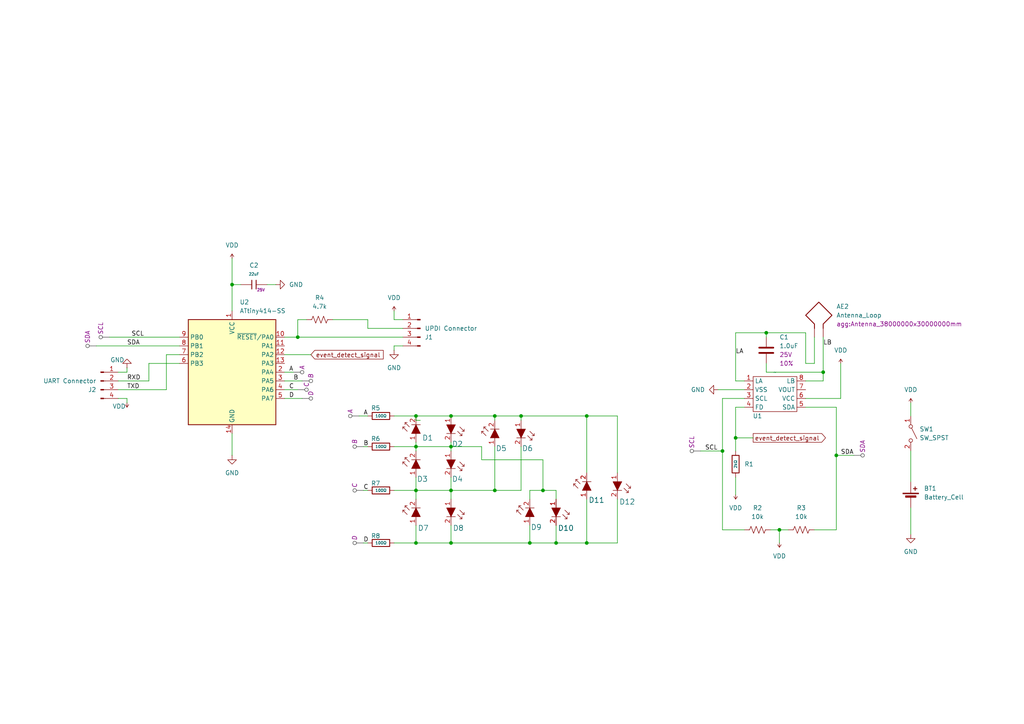
<source format=kicad_sch>
(kicad_sch (version 20231120) (generator "eeschema") (generator_version "8.0")
  (paper "A4")
  (lib_symbols
    (symbol "Connector:Conn_01x04_Pin" (pin_names (offset 1.016) hide)
      (property "Reference" "J" (at 0 5.08 0))
      (property "Value" "Conn_01x04_Pin" (at 0 -7.62 0))
      (symbol "Conn_01x04_Pin_1_1"
        (polyline (pts (xy 1.27 -5.08) (xy 0.8636 -5.08)) (stroke (width 0.1524)))
        (polyline (pts (xy 1.27 -2.54) (xy 0.8636 -2.54)) (stroke (width 0.1524)))
        (polyline (pts (xy 1.27 0) (xy 0.8636 0)) (stroke (width 0.1524)))
        (polyline (pts (xy 1.27 2.54) (xy 0.8636 2.54)) (stroke (width 0.1524)))
        (rectangle (start 0.8636 -4.953) (end 0 -5.207) (stroke (width 0.1524)) (fill (type outline)))
        (rectangle (start 0.8636 -2.413) (end 0 -2.667) (stroke (width 0.1524)) (fill (type outline)))
        (rectangle (start 0.8636 0.127) (end 0 -0.127) (stroke (width 0.1524)) (fill (type outline)))
        (rectangle (start 0.8636 2.667) (end 0 2.413) (stroke (width 0.1524)) (fill (type outline)))
        (pin passive line (at 5.08 2.54 180) (length 3.81) (name "Pin_1") (number "1"))
        (pin passive line (at 5.08 0 180) (length 3.81) (name "Pin_2") (number "2"))
        (pin passive line (at 5.08 -2.54 180) (length 3.81) (name "Pin_3") (number "3"))
        (pin passive line (at 5.08 -5.08 180) (length 3.81) (name "Pin_4") (number "4"))
      )
    )
    (symbol "Device:Battery_Cell" (pin_numbers hide) (pin_names (offset 0) hide)
      (property "Reference" "BT" (at 2.54 2.54 0))
      (property "Value" "Battery_Cell" (at 2.54 0 0))
      (symbol "Battery_Cell_0_1"
        (rectangle (start -2.286 1.778) (end 2.286 1.524) (fill (type outline)))
        (rectangle (start -1.524 1.016) (end 1.524 0.508) (fill (type outline)))
        (polyline (pts (xy 0 0.762) (xy 0 0)))
        (polyline (pts (xy 0 1.778) (xy 0 2.54)))
        (polyline (pts (xy 0.762 3.048) (xy 1.778 3.048)) (stroke (width 0.254)))
        (polyline (pts (xy 1.27 3.556) (xy 1.27 2.54)) (stroke (width 0.254)))
      )
      (symbol "Battery_Cell_1_1"
        (pin passive line (at 0 5.08 270) (length 2.54) (name "+") (number "1"))
        (pin passive line (at 0 -2.54 90) (length 2.54) (name "-") (number "2"))
      )
    )
    (symbol "JLCPCB-Capacitors:0805,22uF" (pin_numbers hide) (pin_names (offset 0))
      (property "Reference" "C" (at 2.032 1.668 0))
      (property "Value" "22uF" (at 2.032 -0.3782 0))
      (property "Voltage Rated" "25V" (at 2.032 -2.0462 0))
      (symbol "0805,22uF_0_1"
        (polyline (pts (xy -1.27 -0.635) (xy 1.27 -0.635)) (stroke (width 0.254)))
        (polyline (pts (xy -1.27 0.635) (xy 1.27 0.635)) (stroke (width 0.254)))
      )
      (symbol "0805,22uF_1_1"
        (pin passive line (at 0 3.81 270) (length 3.175) (name "~") (number "1"))
        (pin passive line (at 0 -3.81 90) (length 3.175) (name "~") (number "2"))
      )
    )
    (symbol "JLCPCB-Resistors:0603,2kΩ" (pin_numbers hide) (pin_names (offset 0))
      (property "Reference" "R" (at 1.778 0 0))
      (property "Value" "2kΩ" (at 0 0 90))
      (symbol "0603,2kΩ_0_1"
        (rectangle (start -1.016 2.54) (end 1.016 -2.54) (stroke (width 0.254)))
      )
      (symbol "0603,2kΩ_1_1"
        (pin passive line (at 0 3.81 270) (length 1.27) (name "~") (number "1"))
        (pin passive line (at 0 -3.81 90) (length 1.27) (name "~") (number "2"))
      )
    )
    (symbol "JLCPCB-Resistors:0805,100Ω" (pin_numbers hide) (pin_names (offset 0))
      (property "Reference" "R" (at 1.778 0 0))
      (property "Value" "100Ω" (at 0 0 90))
      (symbol "0805,100Ω_0_1"
        (rectangle (start -1.016 2.54) (end 1.016 -2.54) (stroke (width 0.254)))
      )
      (symbol "0805,100Ω_1_1"
        (pin passive line (at 0 3.81 270) (length 1.27) (name "~") (number "1"))
        (pin passive line (at 0 -3.81 90) (length 1.27) (name "~") (number "2"))
      )
    )
    (symbol "MCU_Microchip_ATtiny:ATtiny414-SS"
      (property "Reference" "U" (at -12.7 16.51 0))
      (property "Value" "ATtiny414-SS" (at 2.54 -16.51 0))
      (symbol "ATtiny414-SS_0_1"
        (rectangle (start -12.7 -15.24) (end 12.7 15.24) (stroke (width 0.254)) (fill (type background)))
      )
      (symbol "ATtiny414-SS_1_1"
        (pin power_in line (at 0 17.78 270) (length 2.54) (name "VCC") (number "1"))
        (pin bidirectional line (at 15.24 10.16 180) (length 2.54) (name "~{RESET}/PA0") (number "10"))
        (pin bidirectional line (at 15.24 7.62 180) (length 2.54) (name "PA1") (number "11"))
        (pin bidirectional line (at 15.24 5.08 180) (length 2.54) (name "PA2") (number "12"))
        (pin bidirectional line (at 15.24 2.54 180) (length 2.54) (name "PA3") (number "13"))
        (pin power_in line (at 0 -17.78 90) (length 2.54) (name "GND") (number "14"))
        (pin bidirectional line (at 15.24 0 180) (length 2.54) (name "PA4") (number "2"))
        (pin bidirectional line (at 15.24 -2.54 180) (length 2.54) (name "PA5") (number "3"))
        (pin bidirectional line (at 15.24 -5.08 180) (length 2.54) (name "PA6") (number "4"))
        (pin bidirectional line (at 15.24 -7.62 180) (length 2.54) (name "PA7") (number "5"))
        (pin bidirectional line (at -15.24 2.54 0) (length 2.54) (name "PB3") (number "6"))
        (pin bidirectional line (at -15.24 5.08 0) (length 2.54) (name "PB2") (number "7"))
        (pin bidirectional line (at -15.24 7.62 0) (length 2.54) (name "PB1") (number "8"))
        (pin bidirectional line (at -15.24 10.16 0) (length 2.54) (name "PB0") (number "9"))
      )
    )
    (symbol "SparkFun-Capacitor:1.0uF_0805_25V_10%" (pin_numbers hide) (pin_names (offset 0.254))
      (property "Reference" "C" (at 0.635 2.54 0))
      (property "Value" "1.0uF" (at 0.635 -2.54 0))
      (property "Voltage" "25V" (at 0 -6.35 0))
      (property "Tolerance" "10%" (at 0 -8.89 0))
      (symbol "1.0uF_0805_25V_10%_0_1"
        (polyline (pts (xy -2.032 -0.762) (xy 2.032 -0.762)) (stroke (width 0.508)))
        (polyline (pts (xy -2.032 0.762) (xy 2.032 0.762)) (stroke (width 0.508)))
      )
      (symbol "1.0uF_0805_25V_10%_1_1"
        (pin passive line (at 0 3.81 270) (length 2.794) (name "~") (number "1"))
        (pin passive line (at 0 -3.81 90) (length 2.794) (name "~") (number "2"))
      )
    )
    (symbol "SparkFun-Resistor:10k_0603" (pin_numbers hide) (pin_names (offset 0))
      (property "Reference" "R" (at 0 -2.54 0))
      (property "Value" "10k" (at 0 2.54 0))
      (symbol "10k_0603_0_1"
        (polyline (pts (xy -2.286 0) (xy -2.54 0)))
        (polyline (pts (xy 2.286 0) (xy 2.54 0)))
        (polyline (pts (xy -0.762 0) (xy -1.143 -1.016) (xy -1.524 0) (xy -1.905 1.016) (xy -2.286 0)))
        (polyline (pts (xy 0.762 0) (xy 0.381 -1.016) (xy 0 0) (xy -0.381 1.016) (xy -0.762 0)))
        (polyline (pts (xy 2.286 0) (xy 1.905 -1.016) (xy 1.524 0) (xy 1.143 1.016) (xy 0.762 0)))
      )
      (symbol "10k_0603_1_1"
        (pin passive line (at 3.81 0 180) (length 1.27) (name "~") (number "1"))
        (pin passive line (at -3.81 0 0) (length 1.27) (name "~") (number "2"))
      )
    )
    (symbol "SparkFun-Resistor:4.7k_0603" (pin_numbers hide) (pin_names (offset 0))
      (property "Reference" "R" (at 0 -2.54 0))
      (property "Value" "4.7k" (at 0 2.54 0))
      (symbol "4.7k_0603_0_1"
        (polyline (pts (xy -2.286 0) (xy -2.54 0)))
        (polyline (pts (xy 2.286 0) (xy 2.54 0)))
        (polyline (pts (xy -0.762 0) (xy -1.143 -1.016) (xy -1.524 0) (xy -1.905 1.016) (xy -2.286 0)))
        (polyline (pts (xy 0.762 0) (xy 0.381 -1.016) (xy 0 0) (xy -0.381 1.016) (xy -0.762 0)))
        (polyline (pts (xy 2.286 0) (xy 1.905 -1.016) (xy 1.524 0) (xy 1.143 1.016) (xy 0.762 0)))
      )
      (symbol "4.7k_0603_1_1"
        (pin passive line (at 3.81 0 180) (length 1.27) (name "~") (number "1"))
        (pin passive line (at -3.81 0 0) (length 1.27) (name "~") (number "2"))
      )
    )
    (symbol "Switch:SW_SPST" (pin_names (offset 0) hide)
      (property "Reference" "SW" (at 0 3.175 0))
      (property "Value" "SW_SPST" (at 0 -2.54 0))
      (symbol "SW_SPST_0_0"
        (circle (center -2.032 0) (radius 0.508))
        (polyline (pts (xy -1.524 0.254) (xy 1.524 1.778)))
        (circle (center 2.032 0) (radius 0.508))
      )
      (symbol "SW_SPST_1_1"
        (pin passive line (at -5.08 0 0) (length 2.54) (name "A") (number "1"))
        (pin passive line (at 5.08 0 180) (length 2.54) (name "B") (number "2"))
      )
    )
    (symbol "agg-kicad:Antenna_Loop" (pin_numbers hide) (pin_names (offset 1.016) hide)
      (property "Reference" "AE" (at 1.27 6.35 0))
      (property "Value" "Antenna_Loop" (at 11.684 3.048 0))
      (property "Footprint" "agg:Antenna_38000000x30000000mm" (at 21.59 -2.032 0))
      (symbol "Antenna_Loop_0_1"
        (polyline (pts (xy 2.54 -2.54) (xy 2.54 -1.27) (xy 5.08 1.27) (xy 1.27 5.08) (xy -2.54 1.27) (xy 0 -1.27) (xy 0 -2.54)) (stroke (width 0.254)))
      )
      (symbol "Antenna_Loop_1_1"
        (pin input line (at 0 -5.08 90) (length 2.54) (name "~") (number "1"))
        (pin input line (at 2.54 -5.08 90) (length 2.54) (name "~") (number "2"))
      )
    )
    (symbol "agg-kicad:NT3H2211"
      (property "Reference" "U" (at -5.842 6.35 0))
      (symbol "NT3H2211_0_1"
        (rectangle (start -6.35 5.08) (end 6.35 -5.08))
      )
      (symbol "NT3H2211_1_1"
        (pin passive line (at -8.89 3.81 0) (length 2.54) (name "LA") (number "1"))
        (pin passive line (at -8.89 1.27 0) (length 2.54) (name "VSS") (number "2"))
        (pin passive line (at -8.89 -1.27 0) (length 2.54) (name "SCL") (number "3"))
        (pin passive line (at -8.89 -3.81 0) (length 2.54) (name "FD") (number "4"))
        (pin passive line (at 8.89 -3.81 180) (length 2.54) (name "SDA") (number "5"))
        (pin power_in line (at 8.89 -1.27 180) (length 2.54) (name "VCC") (number "6"))
        (pin power_out line (at 8.89 1.27 180) (length 2.54) (name "VOUT") (number "7"))
        (pin passive line (at 8.89 3.81 180) (length 2.54) (name "LB") (number "8"))
      )
    )
    (symbol "agg-kicad:VDD" (power) (pin_numbers hide) (pin_names (offset 0) hide) (in_bom no) (on_board no)
      (property "Value" "VDD" (at 0 2.286 0))
      (symbol "VDD_1_1"
        (polyline (pts (xy 0 1.27) (xy 0.508 0.508)))
        (polyline (pts (xy 0 0) (xy 0 1.27) (xy -0.508 0.508)))
        (pin power_in line (at 0 0 180) (length 0) hide (name "VDD") (number "1"))
      )
    )
    (symbol "dk_LED-Indication-Discrete:LTST-C171KGKT" (pin_names (offset 0))
      (property "Reference" "D1" (at -2.2226 5.08 90))
      (symbol "LTST-C171KGKT_0_1"
        (polyline (pts (xy -0.635 3.81) (xy -1.905 2.54)))
        (polyline (pts (xy 0 1.27) (xy 0 -1.27)))
        (polyline (pts (xy 0.635 3.175) (xy -0.635 1.905)))
        (polyline (pts (xy -1.27 3.81) (xy -0.635 3.81) (xy -0.635 3.175)))
        (polyline (pts (xy 0 3.175) (xy 0.635 3.175) (xy 0.635 2.54)))
        (polyline (pts (xy -2.54 1.27) (xy -2.54 -1.27) (xy 0 0) (xy -2.54 1.27)) (fill (type outline)))
      )
      (symbol "LTST-C171KGKT_1_1"
        (pin passive line (at -5.08 0 0) (length 2.54) (name "~") (number "1"))
        (pin passive line (at 2.54 0 180) (length 2.54) (name "~") (number "2"))
      )
    )
    (symbol "power:GND" (power) (pin_numbers hide) (pin_names (offset 0) hide)
      (property "Value" "GND" (at 0 -3.81 0))
      (symbol "GND_0_1"
        (polyline (pts (xy 0 0) (xy 0 -1.27) (xy 1.27 -1.27) (xy 0 -2.54) (xy -1.27 -1.27) (xy 0 -1.27)))
      )
      (symbol "GND_1_1"
        (pin power_in line (at 0 0 270) (length 0) (name "~") (number "1"))
      )
    )
  )
  (junction (at 170.18 157.48))
  (junction (at 226.06 153.67))
  (junction (at 161.29 157.48))
  (junction (at 130.81 129.54))
  (junction (at 222.25 96.52))
  (junction (at 153.67 157.48))
  (junction (at 130.81 120.65))
  (junction (at 238.76 107.95))
  (junction (at 213.36 127))
  (junction (at 151.13 120.65))
  (junction (at 120.65 120.65))
  (junction (at 157.48 142.24))
  (junction (at 86.36 97.79))
  (junction (at 209.55 130.81))
  (junction (at 130.81 157.48))
  (junction (at 67.31 82.55))
  (junction (at 120.65 142.24))
  (junction (at 130.81 142.24))
  (junction (at 143.51 142.24))
  (junction (at 170.18 120.65))
  (junction (at 143.51 120.65))
  (junction (at 242.57 132.08))
  (junction (at 120.65 129.54))
  (junction (at 120.65 157.48))
  (wire (pts (xy 153.67 142.24) (xy 153.67 144.78)))
  (wire (pts (xy 116.84 100.33) (xy 114.3 100.33)))
  (wire (pts (xy 233.68 115.57) (xy 243.84 115.57)))
  (wire (pts (xy 170.18 157.48) (xy 179.07 157.48)))
  (wire (pts (xy 43.18 105.41) (xy 52.07 105.41)))
  (wire (pts (xy 243.84 115.57) (xy 243.84 105.41)))
  (wire (pts (xy 130.81 138.43) (xy 130.81 142.24)))
  (wire (pts (xy 87.63 110.49) (xy 82.55 110.49)))
  (wire (pts (xy 114.3 142.24) (xy 120.65 142.24)))
  (wire (pts (xy 222.25 105.41) (xy 222.25 107.95)))
  (wire (pts (xy 222.25 96.52) (xy 222.25 97.79)))
  (wire (pts (xy 34.29 110.49) (xy 43.18 110.49)))
  (wire (pts (xy 130.81 142.24) (xy 143.51 142.24)))
  (wire (pts (xy 130.81 130.81) (xy 130.81 129.54)))
  (wire (pts (xy 106.68 95.25) (xy 116.84 95.25)))
  (wire (pts (xy 114.3 129.54) (xy 120.65 129.54)))
  (wire (pts (xy 170.18 120.65) (xy 179.07 120.65)))
  (wire (pts (xy 213.36 110.49) (xy 215.9 110.49)))
  (wire (pts (xy 179.07 157.48) (xy 179.07 144.78)))
  (wire (pts (xy 36.83 115.57) (xy 36.83 116.84)))
  (wire (pts (xy 209.55 130.81) (xy 209.55 153.67)))
  (wire (pts (xy 226.06 153.67) (xy 228.6 153.67)))
  (wire (pts (xy 215.9 118.11) (xy 213.36 118.11)))
  (wire (pts (xy 31.75 97.79) (xy 52.07 97.79)))
  (wire (pts (xy 120.65 142.24) (xy 120.65 138.43)))
  (wire (pts (xy 153.67 142.24) (xy 157.48 142.24)))
  (wire (pts (xy 203.2 130.81) (xy 209.55 130.81)))
  (wire (pts (xy 67.31 125.73) (xy 67.31 132.08)))
  (wire (pts (xy 130.81 142.24) (xy 130.81 144.78)))
  (wire (pts (xy 130.81 129.54) (xy 139.7 129.54)))
  (wire (pts (xy 114.3 157.48) (xy 120.65 157.48)))
  (wire (pts (xy 82.55 102.87) (xy 90.17 102.87)))
  (wire (pts (xy 161.29 157.48) (xy 161.29 152.4)))
  (wire (pts (xy 120.65 130.81) (xy 120.65 129.54)))
  (wire (pts (xy 223.52 153.67) (xy 226.06 153.67)))
  (wire (pts (xy 161.29 157.48) (xy 170.18 157.48)))
  (wire (pts (xy 120.65 129.54) (xy 130.81 129.54)))
  (wire (pts (xy 153.67 157.48) (xy 153.67 152.4)))
  (wire (pts (xy 106.68 92.71) (xy 106.68 95.25)))
  (wire (pts (xy 34.29 107.95) (xy 36.83 107.95)))
  (wire (pts (xy 139.7 133.35) (xy 157.48 133.35)))
  (wire (pts (xy 238.76 107.95) (xy 238.76 97.79)))
  (wire (pts (xy 264.16 130.81) (xy 264.16 139.7)))
  (wire (pts (xy 151.13 120.65) (xy 143.51 120.65)))
  (wire (pts (xy 34.29 113.03) (xy 48.26 113.03)))
  (wire (pts (xy 151.13 120.65) (xy 170.18 120.65)))
  (wire (pts (xy 86.36 92.71) (xy 88.9 92.71)))
  (wire (pts (xy 213.36 127) (xy 218.44 127)))
  (wire (pts (xy 105.41 142.24) (xy 106.68 142.24)))
  (wire (pts (xy 67.31 82.55) (xy 67.31 90.17)))
  (wire (pts (xy 213.36 118.11) (xy 213.36 127)))
  (wire (pts (xy 264.16 116.84) (xy 264.16 120.65)))
  (wire (pts (xy 209.55 115.57) (xy 209.55 130.81)))
  (wire (pts (xy 238.76 110.49) (xy 233.68 110.49)))
  (wire (pts (xy 67.31 82.55) (xy 69.85 82.55)))
  (wire (pts (xy 233.68 96.52) (xy 222.25 96.52)))
  (wire (pts (xy 215.9 115.57) (xy 209.55 115.57)))
  (wire (pts (xy 179.07 120.65) (xy 179.07 137.16)))
  (wire (pts (xy 82.55 115.57) (xy 87.63 115.57)))
  (wire (pts (xy 130.81 120.65) (xy 143.51 120.65)))
  (wire (pts (xy 120.65 152.4) (xy 120.65 157.48)))
  (wire (pts (xy 104.14 120.65) (xy 106.68 120.65)))
  (wire (pts (xy 213.36 127) (xy 213.36 130.81)))
  (wire (pts (xy 139.7 129.54) (xy 139.7 133.35)))
  (wire (pts (xy 242.57 132.08) (xy 242.57 153.67)))
  (wire (pts (xy 120.65 121.92) (xy 120.65 120.65)))
  (wire (pts (xy 215.9 113.03) (xy 208.28 113.03)))
  (wire (pts (xy 48.26 102.87) (xy 52.07 102.87)))
  (wire (pts (xy 153.67 157.48) (xy 161.29 157.48)))
  (wire (pts (xy 121.92 121.92) (xy 120.65 121.92)))
  (wire (pts (xy 157.48 133.35) (xy 157.48 142.24)))
  (wire (pts (xy 170.18 120.65) (xy 170.18 137.16)))
  (wire (pts (xy 120.65 142.24) (xy 130.81 142.24)))
  (wire (pts (xy 86.36 113.03) (xy 82.55 113.03)))
  (wire (pts (xy 130.81 157.48) (xy 130.81 152.4)))
  (wire (pts (xy 233.68 118.11) (xy 242.57 118.11)))
  (wire (pts (xy 34.29 115.57) (xy 36.83 115.57)))
  (wire (pts (xy 77.47 82.55) (xy 80.01 82.55)))
  (wire (pts (xy 143.51 121.92) (xy 143.51 120.65)))
  (wire (pts (xy 130.81 157.48) (xy 120.65 157.48)))
  (wire (pts (xy 114.3 92.71) (xy 114.3 90.17)))
  (wire (pts (xy 222.25 96.52) (xy 213.36 96.52)))
  (wire (pts (xy 85.09 107.95) (xy 82.55 107.95)))
  (wire (pts (xy 143.51 142.24) (xy 151.13 142.24)))
  (wire (pts (xy 157.48 142.24) (xy 161.29 142.24)))
  (wire (pts (xy 242.57 118.11) (xy 242.57 132.08)))
  (wire (pts (xy 226.06 153.67) (xy 226.06 157.48)))
  (wire (pts (xy 247.65 132.08) (xy 242.57 132.08)))
  (wire (pts (xy 86.36 97.79) (xy 116.84 97.79)))
  (wire (pts (xy 48.26 113.03) (xy 48.26 102.87)))
  (wire (pts (xy 105.41 157.48) (xy 106.68 157.48)))
  (wire (pts (xy 209.55 153.67) (xy 215.9 153.67)))
  (wire (pts (xy 233.68 105.41) (xy 233.68 96.52)))
  (wire (pts (xy 114.3 92.71) (xy 116.84 92.71)))
  (wire (pts (xy 96.52 92.71) (xy 106.68 92.71)))
  (wire (pts (xy 114.3 120.65) (xy 120.65 120.65)))
  (wire (pts (xy 27.94 100.33) (xy 52.07 100.33)))
  (wire (pts (xy 130.81 120.65) (xy 120.65 120.65)))
  (wire (pts (xy 213.36 96.52) (xy 213.36 110.49)))
  (wire (pts (xy 264.16 147.32) (xy 264.16 154.94)))
  (wire (pts (xy 143.51 142.24) (xy 143.51 129.54)))
  (wire (pts (xy 242.57 153.67) (xy 236.22 153.67)))
  (wire (pts (xy 222.25 107.95) (xy 238.76 107.95)))
  (wire (pts (xy 120.65 129.54) (xy 120.65 128.27)))
  (wire (pts (xy 43.18 110.49) (xy 43.18 105.41)))
  (wire (pts (xy 67.31 74.93) (xy 67.31 82.55)))
  (wire (pts (xy 233.68 105.41) (xy 236.22 105.41)))
  (wire (pts (xy 238.76 110.49) (xy 238.76 107.95)))
  (wire (pts (xy 170.18 157.48) (xy 170.18 144.78)))
  (wire (pts (xy 86.36 92.71) (xy 86.36 97.79)))
  (wire (pts (xy 130.81 157.48) (xy 153.67 157.48)))
  (wire (pts (xy 114.3 100.33) (xy 114.3 101.6)))
  (wire (pts (xy 151.13 142.24) (xy 151.13 129.54)))
  (wire (pts (xy 105.41 129.54) (xy 106.68 129.54)))
  (wire (pts (xy 130.81 129.54) (xy 130.81 128.27)))
  (wire (pts (xy 120.65 142.24) (xy 120.65 144.78)))
  (wire (pts (xy 236.22 105.41) (xy 236.22 97.79)))
  (wire (pts (xy 36.83 106.68) (xy 36.83 107.95)))
  (wire (pts (xy 82.55 97.79) (xy 86.36 97.79)))
  (wire (pts (xy 151.13 121.92) (xy 151.13 120.65)))
  (wire (pts (xy 161.29 142.24) (xy 161.29 144.78)))
  (wire (pts (xy 213.36 138.43) (xy 213.36 143.51)))
  (label "C" (at 83.82 113.03 0))
  (label "SCL" (at 204.47 130.81 0))
  (label "SDA" (at 243.84 132.08 0))
  (label "A" (at 83.82 107.95 0))
  (label "D" (at 105.41 157.48 0))
  (label "LA" (at 213.36 102.87 0))
  (label "SCL" (at 38.1 97.79 0))
  (label "TXD" (at 36.83 113.03 0))
  (label "B" (at 105.41 129.54 0))
  (label "C" (at 105.41 142.24 0))
  (label "SDA" (at 36.83 100.33 0))
  (label "LB" (at 238.76 100.33 0))
  (label "B" (at 85.09 110.49 0))
  (label "A" (at 105.41 120.65 0))
  (label "D" (at 83.82 115.57 0))
  (label "RXD" (at 36.83 110.49 0))
  (global_label "event_detect_signal" (shape input) (at 90.17 102.87 0) (property "Intersheetrefs" "event_detect" (effects (hide yes))))
  (global_label "event_detect_signal" (shape output) (at 218.44 127 0) (property "Intersheetrefs" "event_detect" (effects (hide yes))))
  (netclass_flag "" (length 2.54) (shape round) (at 247.65 132.08 270) (property "Netclass" "SDA" (at 250.19 131.3815 90) (effects (font (italic yes)) (justify left))))
  (netclass_flag "" (length 2.54) (shape round) (at 27.94 100.33 90) (property "Netclass" "SDA" (at 25.4 99.6315 90) (effects (font (italic yes)) (justify left))))
  (netclass_flag "" (length 2.54) (shape round) (at 87.63 110.49 270) (property "Netclass" "B" (at 90.17 109.7915 90) (effects (font (italic yes)) (justify left))))
  (netclass_flag "" (length 2.54) (shape round) (at 87.63 115.57 270) (property "Netclass" "D" (at 90.17 114.8715 90) (effects (font (italic yes)) (justify left))))
  (netclass_flag "" (length 2.54) (shape round) (at 104.14 120.65 90) (property "Netclass" "A" (at 101.6 119.9515 90) (effects (font (italic yes)) (justify left))))
  (netclass_flag "" (length 2.54) (shape round) (at 86.36 113.03 270) (property "Netclass" "C" (at 88.9 112.3315 90) (effects (font (italic yes)) (justify left))))
  (netclass_flag "" (length 2.54) (shape round) (at 203.2 130.81 90) (property "Netclass" "SCL" (at 200.66 130.1115 90) (effects (font (italic yes)) (justify left))))
  (netclass_flag "" (length 2.54) (shape round) (at 85.09 107.95 270) (property "Netclass" "A" (at 87.63 107.2515 90) (effects (font (italic yes)) (justify left))))
  (netclass_flag "" (length 2.54) (shape round) (at 105.41 142.24 90) (property "Netclass" "C" (at 102.87 141.5415 90) (effects (font (italic yes)) (justify left))))
  (netclass_flag "" (length 2.54) (shape round) (at 105.41 157.48 90) (property "Netclass" "D" (at 102.87 156.7815 90) (effects (font (italic yes)) (justify left))))
  (netclass_flag "" (length 2.54) (shape round) (at 31.75 97.79 90) (property "Netclass" "SCL" (at 29.21 97.0915 90) (effects (font (italic yes)) (justify left))))
  (netclass_flag "" (length 2.54) (shape round) (at 105.41 129.54 90) (property "Netclass" "B" (at 102.87 128.8415 90) (effects (font (italic yes)) (justify left))))
  (symbol (lib_id "dk_LED-Indication-Discrete:LTST-C171KGKT") (at 130.81 125.73 270) (unit 1)
    (property "Reference" "D2" (at 131.064 128.778 90) (effects (font (size 1.524 1.524)) (justify left)))
    (property "Value" "LTST-C171KGKT" (effects (hide yes)))
    (property "Footprint" "digikey-footprints:0805" (effects (hide yes)))
    (property "Datasheet" "http://optoelectronics.liteon.com/upload/download/DS22-2000-118/LTST-C171KGKT.pdf" (effects (hide yes)))
    (property "Description" "LED GREEN CLEAR SMD" (effects (hide yes)))
    (property "Digi-Key_PN" "160-1426-1-ND" (effects (hide yes)))
    (property "MPN" "LTST-C171KGKT" (effects (hide yes)))
    (property "Category" "Optoelectronics" (effects (hide yes)))
    (property "Family" "LED Indication - Discrete" (effects (hide yes)))
    (property "DK_Datasheet_Link" "http://optoelectronics.liteon.com/upload/download/DS22-2000-118/LTST-C171KGKT.pdf" (effects (hide yes)))
    (property "DK_Detail_Page" "/product-detail/en/lite-on-inc/LTST-C171KGKT/160-1426-1-ND/386798" (effects (hide yes)))
    (property "Description_1" "LED GREEN CLEAR SMD" (effects (hide yes)))
    (property "Manufacturer" "Lite-On Inc." (effects (hide yes)))
    (property "Status" "Active" (effects (hide yes)))
  )
  (symbol (lib_id "agg-kicad:Antenna_Loop") (at 236.22 92.71 0) (unit 1)
    (property "Reference" "AE2" (at 242.57 88.8999 0) (effects (justify left)))
    (property "Value" "Antenna_Loop" (at 242.57 91.4399 0) (effects (justify left)))
    (property "Footprint" "agg:Antenna_38000000x30000000mm" (at 242.57 93.9799 0) (effects (justify left)))
    (property "Description" "Loop antenna" (effects (hide yes)))
  )
  (symbol (lib_id "dk_LED-Indication-Discrete:LTST-C171KGKT") (at 179.07 142.24 270) (unit 1)
    (property "Reference" "D12" (at 179.578 145.542 90) (effects (font (size 1.524 1.524)) (justify left)))
    (property "Value" "LTST-C171KGKT" (effects (hide yes)))
    (property "Footprint" "digikey-footprints:0805" (effects (hide yes)))
    (property "Datasheet" "http://optoelectronics.liteon.com/upload/download/DS22-2000-118/LTST-C171KGKT.pdf" (effects (hide yes)))
    (property "Description" "LED GREEN CLEAR SMD" (effects (hide yes)))
    (property "Digi-Key_PN" "160-1426-1-ND" (effects (hide yes)))
    (property "MPN" "LTST-C171KGKT" (effects (hide yes)))
    (property "Category" "Optoelectronics" (effects (hide yes)))
    (property "Family" "LED Indication - Discrete" (effects (hide yes)))
    (property "DK_Datasheet_Link" "http://optoelectronics.liteon.com/upload/download/DS22-2000-118/LTST-C171KGKT.pdf" (effects (hide yes)))
    (property "DK_Detail_Page" "/product-detail/en/lite-on-inc/LTST-C171KGKT/160-1426-1-ND/386798" (effects (hide yes)))
    (property "Description_1" "LED GREEN CLEAR SMD" (effects (hide yes)))
    (property "Manufacturer" "Lite-On Inc." (effects (hide yes)))
    (property "Status" "Active" (effects (hide yes)))
  )
  (symbol (lib_id "JLCPCB-Resistors:0603,2kΩ") (at 213.36 134.62 0) (unit 1)
    (property "Reference" "R1" (at 215.9 134.6199 0) (effects (justify left)))
    (property "Value" "2kΩ" (at 213.36 134.62 90) (effects (font (size 0.8 0.8))))
    (property "Footprint" "JLCPCB-Kicad-Footprints:R_0603" (effects (hide yes)))
    (property "Datasheet" "https://www.lcsc.com/datasheet/lcsc_datasheet_2206010116_UNI-ROYAL-Uniroyal-Elec-0603WAF2001T5E_C22975.pdf" (effects (hide yes)))
    (property "Description" "100mW Thick Film Resistors 75V ±100ppm/°C ±1% 2kΩ 0603 Chip Resistor - Surface Mount ROHS" (effects (hide yes)))
    (property "LCSC" "C22975" (effects (hide yes)))
    (property "Stock" "15946154" (effects (hide yes)))
    (property "Price" "0.004USD" (effects (hide yes)))
    (property "Process" "SMT" (effects (hide yes)))
    (property "Minimum Qty" "20" (effects (hide yes)))
    (property "Attrition Qty" "10" (effects (hide yes)))
    (property "Class" "Basic Component" (effects (hide yes)))
    (property "Category" "Resistors,Chip Resistor - Surface Mount" (effects (hide yes)))
    (property "Manufacturer" "UNI-ROYAL(Uniroyal Elec)" (effects (hide yes)))
    (property "Part" "0603WAF2001T5E" (effects (hide yes)))
    (property "Resistance" "2kΩ" (effects (hide yes)))
    (property "Power(Watts)" "100mW" (effects (hide yes)))
    (property "Type" "Thick Film Resistors" (effects (hide yes)))
    (property "Overload Voltage (Max)" "75V" (effects (hide yes)))
    (property "Operating Temperature Range" "-55°C~+155°C" (effects (hide yes)))
    (property "Tolerance" "±1%" (effects (hide yes)))
    (property "Temperature Coefficient" "±100ppm/°C" (effects (hide yes)))
  )
  (symbol (lib_id "agg-kicad:VDD") (at 243.84 105.41 0) (unit 1) (in_bom no) (on_board no)
    (property "Reference" "#PWR02" (effects (hide yes)))
    (property "Value" "VDD" (at 243.84 101.6 0))
  )
  (symbol (lib_id "dk_LED-Indication-Discrete:LTST-C171KGKT") (at 153.67 147.32 90) (unit 1)
    (property "Reference" "D9" (at 153.924 152.908 90) (effects (font (size 1.524 1.524)) (justify right)))
    (property "Value" "LTST-C171KGKT" (effects (hide yes)))
    (property "Footprint" "digikey-footprints:0805" (effects (hide yes)))
    (property "Datasheet" "http://optoelectronics.liteon.com/upload/download/DS22-2000-118/LTST-C171KGKT.pdf" (effects (hide yes)))
    (property "Description" "LED GREEN CLEAR SMD" (effects (hide yes)))
    (property "Digi-Key_PN" "160-1426-1-ND" (effects (hide yes)))
    (property "MPN" "LTST-C171KGKT" (effects (hide yes)))
    (property "Category" "Optoelectronics" (effects (hide yes)))
    (property "Family" "LED Indication - Discrete" (effects (hide yes)))
    (property "DK_Datasheet_Link" "http://optoelectronics.liteon.com/upload/download/DS22-2000-118/LTST-C171KGKT.pdf" (effects (hide yes)))
    (property "DK_Detail_Page" "/product-detail/en/lite-on-inc/LTST-C171KGKT/160-1426-1-ND/386798" (effects (hide yes)))
    (property "Description_1" "LED GREEN CLEAR SMD" (effects (hide yes)))
    (property "Manufacturer" "Lite-On Inc." (effects (hide yes)))
    (property "Status" "Active" (effects (hide yes)))
  )
  (symbol (lib_id "dk_LED-Indication-Discrete:LTST-C171KGKT") (at 161.29 149.86 270) (unit 1)
    (property "Reference" "D10" (at 161.798 153.162 90) (effects (font (size 1.524 1.524)) (justify left)))
    (property "Value" "LTST-C171KGKT" (effects (hide yes)))
    (property "Footprint" "digikey-footprints:0805" (effects (hide yes)))
    (property "Datasheet" "http://optoelectronics.liteon.com/upload/download/DS22-2000-118/LTST-C171KGKT.pdf" (effects (hide yes)))
    (property "Description" "LED GREEN CLEAR SMD" (effects (hide yes)))
    (property "Digi-Key_PN" "160-1426-1-ND" (effects (hide yes)))
    (property "MPN" "LTST-C171KGKT" (effects (hide yes)))
    (property "Category" "Optoelectronics" (effects (hide yes)))
    (property "Family" "LED Indication - Discrete" (effects (hide yes)))
    (property "DK_Datasheet_Link" "http://optoelectronics.liteon.com/upload/download/DS22-2000-118/LTST-C171KGKT.pdf" (effects (hide yes)))
    (property "DK_Detail_Page" "/product-detail/en/lite-on-inc/LTST-C171KGKT/160-1426-1-ND/386798" (effects (hide yes)))
    (property "Description_1" "LED GREEN CLEAR SMD" (effects (hide yes)))
    (property "Manufacturer" "Lite-On Inc." (effects (hide yes)))
    (property "Status" "Active" (effects (hide yes)))
  )
  (symbol (lib_id "SparkFun-Capacitor:1.0uF_0805_25V_10%") (at 222.25 101.6 0) (unit 1)
    (property "Reference" "C1" (at 226.06 97.7899 0) (effects (justify left)))
    (property "Value" "1.0uF" (at 226.06 100.3299 0) (effects (justify left)))
    (property "Footprint" "SparkFun-Capacitor:C_0805_2012Metric" (effects (hide yes)))
    (property "Datasheet" "https://cdn.sparkfun.com/assets/8/a/4/a/5/Kemet_Capacitor_Datasheet.pdf" (effects (hide yes)))
    (property "Description" "Unpolarized capacitor" (effects (hide yes)))
    (property "PROD_ID" "CAP-08064" (effects (hide yes)))
    (property "Voltage" "25V" (at 226.06 102.8699 0) (effects (justify left)))
    (property "Tolerance" "10%" (at 226.06 105.4099 0) (effects (justify left)))
  )
  (symbol (lib_id "agg-kicad:VDD") (at 67.31 74.93 0) (unit 1) (in_bom no) (on_board no)
    (property "Reference" "#PWR05" (effects (hide yes)))
    (property "Value" "VDD" (at 67.31 71.12 0))
  )
  (symbol (lib_id "power:GND") (at 36.83 106.68 180) (unit 1)
    (property "Reference" "#PWR09" (effects (hide yes)))
    (property "Value" "GND" (at 34.036 104.394 0))
    (property "Description" "Power symbol creates a global label with name \"GND\" , ground" (effects (hide yes)))
  )
  (symbol (lib_id "JLCPCB-Capacitors:0805,22uF") (at 73.66 82.55 90) (unit 1)
    (property "Reference" "C2" (at 73.66 76.962 90))
    (property "Value" "22uF" (at 73.66 79.502 90) (effects (font (size 0.8 0.8))))
    (property "Footprint" "JLCPCB-Kicad-Footprints:C_0805" (effects (hide yes)))
    (property "Datasheet" "https://www.lcsc.com/datasheet/lcsc_datasheet_2304140030_Samsung-Electro-Mechanics-CL21A226MAQNNNE_C45783.pdf" (effects (hide yes)))
    (property "Description" "25V 22uF X5R ±20% 0805 Multilayer Ceramic Capacitors MLCC - SMD/SMT ROHS" (effects (hide yes)))
    (property "LCSC" "C45783" (effects (hide yes)))
    (property "Stock" "2687579" (effects (hide yes)))
    (property "Price" "0.024USD" (effects (hide yes)))
    (property "Process" "SMT" (effects (hide yes)))
    (property "Minimum Qty" "20" (effects (hide yes)))
    (property "Attrition Qty" "6" (effects (hide yes)))
    (property "Class" "Basic Component" (effects (hide yes)))
    (property "Category" "Capacitors,Multilayer Ceramic Capacitors MLCC - SMD/SMT" (effects (hide yes)))
    (property "Manufacturer" "Samsung Electro-Mechanics" (effects (hide yes)))
    (property "Part" "CL21A226MAQNNNE" (effects (hide yes)))
    (property "Voltage Rated" "25V" (at 75.692 84.074 90) (effects (font (size 0.8 0.8))))
    (property "Tolerance" "±20%" (effects (hide yes)))
    (property "Capacitance" "22uF" (effects (hide yes)))
    (property "Temperature Coefficient" "X5R" (effects (hide yes)))
  )
  (symbol (lib_id "agg-kicad:VDD") (at 264.16 116.84 0) (unit 1) (in_bom no) (on_board no)
    (property "Reference" "#PWR011" (effects (hide yes)))
    (property "Value" "VDD" (at 264.16 113.03 0))
  )
  (symbol (lib_id "agg-kicad:VDD") (at 114.3 90.17 0) (unit 1) (in_bom no) (on_board no)
    (property "Reference" "#PWR07" (effects (hide yes)))
    (property "Value" "VDD" (at 114.3 86.36 0))
  )
  (symbol (lib_id "SparkFun-Resistor:10k_0603") (at 219.71 153.67 0) (unit 1)
    (property "Reference" "R2" (at 219.71 147.32 0))
    (property "Value" "10k" (at 219.71 149.86 0))
    (property "Footprint" "SparkFun-Resistor:R_0603_1608Metric" (effects (hide yes)))
    (property "Datasheet" "https://www.vishay.com/docs/20035/dcrcwe3.pdf" (effects (hide yes)))
    (property "Description" "Resistor" (effects (hide yes)))
    (property "PROD_ID" "RES-00824" (effects (hide yes)))
  )
  (symbol (lib_id "Switch:SW_SPST") (at 264.16 125.73 270) (unit 1)
    (property "Reference" "SW1" (at 266.7 124.4599 90) (effects (justify left)))
    (property "Value" "SW_SPST" (at 266.7 126.9999 90) (effects (justify left)))
    (property "Footprint" "Button_Switch_SMD:SW_SPDT_PCM12" (effects (hide yes)))
    (property "Description" "Single Pole Single Throw (SPST) switch" (effects (hide yes)))
  )
  (symbol (lib_id "Connector:Conn_01x04_Pin") (at 29.21 110.49 0) (unit 1)
    (property "Reference" "J2" (at 27.94 113.0301 0) (effects (justify right)))
    (property "Value" "UART Connector" (at 27.94 110.4901 0) (effects (justify right)))
    (property "Footprint" "Connector_Harwin:Harwin_M20-89004xx_1x04_P2.54mm_Horizontal" (effects (hide yes)))
    (property "Description" "Generic connector, single row, 01x04, script generated" (effects (hide yes)))
  )
  (symbol (lib_id "power:GND") (at 80.01 82.55 90) (unit 1)
    (property "Reference" "#PWR013" (effects (hide yes)))
    (property "Value" "GND" (at 83.82 82.5499 90) (effects (justify right)))
    (property "Description" "Power symbol creates a global label with name \"GND\" , ground" (effects (hide yes)))
  )
  (symbol (lib_id "agg-kicad:VDD") (at 36.83 116.84 180) (unit 1) (in_bom no) (on_board no)
    (property "Reference" "#PWR010" (effects (hide yes)))
    (property "Value" "VDD" (at 34.544 117.856 0))
  )
  (symbol (lib_id "dk_LED-Indication-Discrete:LTST-C171KGKT") (at 130.81 135.89 270) (unit 1)
    (property "Reference" "D4" (at 131.064 138.938 90) (effects (font (size 1.524 1.524)) (justify left)))
    (property "Value" "LTST-C171KGKT" (effects (hide yes)))
    (property "Footprint" "digikey-footprints:0805" (effects (hide yes)))
    (property "Datasheet" "http://optoelectronics.liteon.com/upload/download/DS22-2000-118/LTST-C171KGKT.pdf" (effects (hide yes)))
    (property "Description" "LED GREEN CLEAR SMD" (effects (hide yes)))
    (property "Digi-Key_PN" "160-1426-1-ND" (effects (hide yes)))
    (property "MPN" "LTST-C171KGKT" (effects (hide yes)))
    (property "Category" "Optoelectronics" (effects (hide yes)))
    (property "Family" "LED Indication - Discrete" (effects (hide yes)))
    (property "DK_Datasheet_Link" "http://optoelectronics.liteon.com/upload/download/DS22-2000-118/LTST-C171KGKT.pdf" (effects (hide yes)))
    (property "DK_Detail_Page" "/product-detail/en/lite-on-inc/LTST-C171KGKT/160-1426-1-ND/386798" (effects (hide yes)))
    (property "Description_1" "LED GREEN CLEAR SMD" (effects (hide yes)))
    (property "Manufacturer" "Lite-On Inc." (effects (hide yes)))
    (property "Status" "Active" (effects (hide yes)))
  )
  (symbol (lib_id "JLCPCB-Resistors:0805,100Ω") (at 110.49 120.65 90) (unit 1)
    (property "Reference" "R5" (at 108.966 118.364 90))
    (property "Value" "100Ω" (at 110.49 120.65 90) (effects (font (size 0.8 0.8))))
    (property "Footprint" "JLCPCB-Kicad-Footprints:R_0805" (effects (hide yes)))
    (property "Datasheet" "https://www.lcsc.com/datasheet/lcsc_datasheet_2206010216_UNI-ROYAL-Uniroyal-Elec-0805W8F1000T5E_C17408.pdf" (effects (hide yes)))
    (property "Description" "125mW Thick Film Resistors 150V ±100ppm/°C ±1% 100Ω 0805 Chip Resistor - Surface Mount ROHS" (effects (hide yes)))
    (property "LCSC" "C17408" (effects (hide yes)))
    (property "Stock" "2035574" (effects (hide yes)))
    (property "Price" "0.005USD" (effects (hide yes)))
    (property "Process" "SMT" (effects (hide yes)))
    (property "Minimum Qty" "20" (effects (hide yes)))
    (property "Attrition Qty" "10" (effects (hide yes)))
    (property "Class" "Basic Component" (effects (hide yes)))
    (property "Category" "Resistors,Chip Resistor - Surface Mount" (effects (hide yes)))
    (property "Manufacturer" "UNI-ROYAL(Uniroyal Elec)" (effects (hide yes)))
    (property "Part" "0805W8F1000T5E" (effects (hide yes)))
    (property "Resistance" "100Ω" (effects (hide yes)))
    (property "Power(Watts)" "125mW" (effects (hide yes)))
    (property "Type" "Thick Film Resistors" (effects (hide yes)))
    (property "Overload Voltage (Max)" "150V" (effects (hide yes)))
    (property "Operating Temperature Range" "-55°C~+155°C" (effects (hide yes)))
    (property "Tolerance" "±1%" (effects (hide yes)))
    (property "Temperature Coefficient" "±100ppm/°C" (effects (hide yes)))
  )
  (symbol (lib_id "power:GND") (at 208.28 113.03 270) (unit 1)
    (property "Reference" "#PWR01" (effects (hide yes)))
    (property "Value" "GND" (at 204.47 113.0299 90) (effects (justify right)))
    (property "Description" "Power symbol creates a global label with name \"GND\" , ground" (effects (hide yes)))
  )
  (symbol (lib_id "SparkFun-Resistor:10k_0603") (at 232.41 153.67 0) (unit 1)
    (property "Reference" "R3" (at 232.41 147.32 0))
    (property "Value" "10k" (at 232.41 149.86 0))
    (property "Footprint" "SparkFun-Resistor:R_0603_1608Metric" (effects (hide yes)))
    (property "Datasheet" "https://www.vishay.com/docs/20035/dcrcwe3.pdf" (effects (hide yes)))
    (property "Description" "Resistor" (effects (hide yes)))
    (property "PROD_ID" "RES-00824" (effects (hide yes)))
  )
  (symbol (lib_id "power:GND") (at 264.16 154.94 0) (unit 1)
    (property "Reference" "#PWR012" (effects (hide yes)))
    (property "Value" "GND" (at 264.16 160.02 0))
    (property "Description" "Power symbol creates a global label with name \"GND\" , ground" (effects (hide yes)))
  )
  (symbol (lib_id "dk_LED-Indication-Discrete:LTST-C171KGKT") (at 120.65 147.32 90) (unit 1)
    (property "Reference" "D7" (at 121.158 153.162 90) (effects (font (size 1.524 1.524)) (justify right)))
    (property "Value" "LTST-C171KGKT" (effects (hide yes)))
    (property "Footprint" "digikey-footprints:0805" (effects (hide yes)))
    (property "Datasheet" "http://optoelectronics.liteon.com/upload/download/DS22-2000-118/LTST-C171KGKT.pdf" (effects (hide yes)))
    (property "Description" "LED GREEN CLEAR SMD" (effects (hide yes)))
    (property "Digi-Key_PN" "160-1426-1-ND" (effects (hide yes)))
    (property "MPN" "LTST-C171KGKT" (effects (hide yes)))
    (property "Category" "Optoelectronics" (effects (hide yes)))
    (property "Family" "LED Indication - Discrete" (effects (hide yes)))
    (property "DK_Datasheet_Link" "http://optoelectronics.liteon.com/upload/download/DS22-2000-118/LTST-C171KGKT.pdf" (effects (hide yes)))
    (property "DK_Detail_Page" "/product-detail/en/lite-on-inc/LTST-C171KGKT/160-1426-1-ND/386798" (effects (hide yes)))
    (property "Description_1" "LED GREEN CLEAR SMD" (effects (hide yes)))
    (property "Manufacturer" "Lite-On Inc." (effects (hide yes)))
    (property "Status" "Active" (effects (hide yes)))
  )
  (symbol (lib_id "dk_LED-Indication-Discrete:LTST-C171KGKT") (at 170.18 139.7 90) (unit 1)
    (property "Reference" "D11" (at 170.688 145.034 90) (effects (font (size 1.524 1.524)) (justify right)))
    (property "Value" "LTST-C171KGKT" (effects (hide yes)))
    (property "Footprint" "digikey-footprints:0805" (effects (hide yes)))
    (property "Datasheet" "http://optoelectronics.liteon.com/upload/download/DS22-2000-118/LTST-C171KGKT.pdf" (effects (hide yes)))
    (property "Description" "LED GREEN CLEAR SMD" (effects (hide yes)))
    (property "Digi-Key_PN" "160-1426-1-ND" (effects (hide yes)))
    (property "MPN" "LTST-C171KGKT" (effects (hide yes)))
    (property "Category" "Optoelectronics" (effects (hide yes)))
    (property "Family" "LED Indication - Discrete" (effects (hide yes)))
    (property "DK_Datasheet_Link" "http://optoelectronics.liteon.com/upload/download/DS22-2000-118/LTST-C171KGKT.pdf" (effects (hide yes)))
    (property "DK_Detail_Page" "/product-detail/en/lite-on-inc/LTST-C171KGKT/160-1426-1-ND/386798" (effects (hide yes)))
    (property "Description_1" "LED GREEN CLEAR SMD" (effects (hide yes)))
    (property "Manufacturer" "Lite-On Inc." (effects (hide yes)))
    (property "Status" "Active" (effects (hide yes)))
  )
  (symbol (lib_id "dk_LED-Indication-Discrete:LTST-C171KGKT") (at 120.65 133.35 90) (unit 1)
    (property "Reference" "D3" (at 120.904 138.938 90) (effects (font (size 1.524 1.524)) (justify right)))
    (property "Value" "LTST-C171KGKT" (effects (hide yes)))
    (property "Footprint" "digikey-footprints:0805" (effects (hide yes)))
    (property "Datasheet" "http://optoelectronics.liteon.com/upload/download/DS22-2000-118/LTST-C171KGKT.pdf" (effects (hide yes)))
    (property "Description" "LED GREEN CLEAR SMD" (effects (hide yes)))
    (property "Digi-Key_PN" "160-1426-1-ND" (effects (hide yes)))
    (property "MPN" "LTST-C171KGKT" (effects (hide yes)))
    (property "Category" "Optoelectronics" (effects (hide yes)))
    (property "Family" "LED Indication - Discrete" (effects (hide yes)))
    (property "DK_Datasheet_Link" "http://optoelectronics.liteon.com/upload/download/DS22-2000-118/LTST-C171KGKT.pdf" (effects (hide yes)))
    (property "DK_Detail_Page" "/product-detail/en/lite-on-inc/LTST-C171KGKT/160-1426-1-ND/386798" (effects (hide yes)))
    (property "Description_1" "LED GREEN CLEAR SMD" (effects (hide yes)))
    (property "Manufacturer" "Lite-On Inc." (effects (hide yes)))
    (property "Status" "Active" (effects (hide yes)))
  )
  (symbol (lib_id "dk_LED-Indication-Discrete:LTST-C171KGKT") (at 120.65 123.19 90) (unit 1)
    (property "Reference" "D1" (at 122.428 127 90) (effects (font (size 1.524 1.524)) (justify right)))
    (property "Value" "LTST-C171KGKT" (effects (hide yes)))
    (property "Footprint" "digikey-footprints:0805" (effects (hide yes)))
    (property "Datasheet" "http://optoelectronics.liteon.com/upload/download/DS22-2000-118/LTST-C171KGKT.pdf" (effects (hide yes)))
    (property "Description" "LED GREEN CLEAR SMD" (effects (hide yes)))
    (property "Digi-Key_PN" "160-1426-1-ND" (effects (hide yes)))
    (property "MPN" "LTST-C171KGKT" (effects (hide yes)))
    (property "Category" "Optoelectronics" (effects (hide yes)))
    (property "Family" "LED Indication - Discrete" (effects (hide yes)))
    (property "DK_Datasheet_Link" "http://optoelectronics.liteon.com/upload/download/DS22-2000-118/LTST-C171KGKT.pdf" (effects (hide yes)))
    (property "DK_Detail_Page" "/product-detail/en/lite-on-inc/LTST-C171KGKT/160-1426-1-ND/386798" (effects (hide yes)))
    (property "Description_1" "LED GREEN CLEAR SMD" (effects (hide yes)))
    (property "Manufacturer" "Lite-On Inc." (effects (hide yes)))
    (property "Status" "Active" (effects (hide yes)))
  )
  (symbol (lib_id "SparkFun-Resistor:4.7k_0603") (at 92.71 92.71 180) (unit 1)
    (property "Reference" "R4" (at 92.71 86.36 0))
    (property "Value" "4.7k" (at 92.71 88.9 0))
    (property "Footprint" "SparkFun-Resistor:R_0603_1608Metric" (effects (hide yes)))
    (property "Datasheet" "https://www.vishay.com/docs/20035/dcrcwe3.pdf" (effects (hide yes)))
    (property "Description" "Resistor" (effects (hide yes)))
    (property "PROD_ID" "RES-07857" (effects (hide yes)))
  )
  (symbol (lib_id "dk_LED-Indication-Discrete:LTST-C171KGKT") (at 151.13 127 270) (unit 1)
    (property "Reference" "D6" (at 151.384 130.048 90) (effects (font (size 1.524 1.524)) (justify left)))
    (property "Value" "LTST-C171KGKT" (effects (hide yes)))
    (property "Footprint" "digikey-footprints:0805" (effects (hide yes)))
    (property "Datasheet" "http://optoelectronics.liteon.com/upload/download/DS22-2000-118/LTST-C171KGKT.pdf" (effects (hide yes)))
    (property "Description" "LED GREEN CLEAR SMD" (effects (hide yes)))
    (property "Digi-Key_PN" "160-1426-1-ND" (effects (hide yes)))
    (property "MPN" "LTST-C171KGKT" (effects (hide yes)))
    (property "Category" "Optoelectronics" (effects (hide yes)))
    (property "Family" "LED Indication - Discrete" (effects (hide yes)))
    (property "DK_Datasheet_Link" "http://optoelectronics.liteon.com/upload/download/DS22-2000-118/LTST-C171KGKT.pdf" (effects (hide yes)))
    (property "DK_Detail_Page" "/product-detail/en/lite-on-inc/LTST-C171KGKT/160-1426-1-ND/386798" (effects (hide yes)))
    (property "Description_1" "LED GREEN CLEAR SMD" (effects (hide yes)))
    (property "Manufacturer" "Lite-On Inc." (effects (hide yes)))
    (property "Status" "Active" (effects (hide yes)))
  )
  (symbol (lib_id "Device:Battery_Cell") (at 264.16 144.78 0) (unit 1)
    (property "Reference" "BT1" (at 267.97 141.6684 0) (effects (justify left)))
    (property "Value" "Battery_Cell" (at 267.97 144.2084 0) (effects (justify left)))
    (property "Footprint" "Battery:BatteryHolder_Multicomp_BC-2001_1x2032" (effects (hide yes)))
    (property "Description" "Single-cell battery" (effects (hide yes)))
  )
  (symbol (lib_id "agg-kicad:NT3H2211") (at 224.79 114.3 0) (unit 1)
    (property "Reference" "U1" (at 219.71 120.65 0))
    (property "Value" "~" (at 224.79 107.95 0))
    (property "Footprint" "PCM_Package_SO_AKL:TSSOP-8_3x3mm_P0.65mm" (effects (hide yes)))
    (property "Datasheet" "https://www.nxp.com/docs/en/data-sheet/NT3H2111_2211.pdf" (effects (hide yes)))
  )
  (symbol (lib_id "dk_LED-Indication-Discrete:LTST-C171KGKT") (at 130.81 149.86 270) (unit 1)
    (property "Reference" "D8" (at 131.318 153.162 90) (effects (font (size 1.524 1.524)) (justify left)))
    (property "Value" "LTST-C171KGKT" (effects (hide yes)))
    (property "Footprint" "digikey-footprints:0805" (effects (hide yes)))
    (property "Datasheet" "http://optoelectronics.liteon.com/upload/download/DS22-2000-118/LTST-C171KGKT.pdf" (effects (hide yes)))
    (property "Description" "LED GREEN CLEAR SMD" (effects (hide yes)))
    (property "Digi-Key_PN" "160-1426-1-ND" (effects (hide yes)))
    (property "MPN" "LTST-C171KGKT" (effects (hide yes)))
    (property "Category" "Optoelectronics" (effects (hide yes)))
    (property "Family" "LED Indication - Discrete" (effects (hide yes)))
    (property "DK_Datasheet_Link" "http://optoelectronics.liteon.com/upload/download/DS22-2000-118/LTST-C171KGKT.pdf" (effects (hide yes)))
    (property "DK_Detail_Page" "/product-detail/en/lite-on-inc/LTST-C171KGKT/160-1426-1-ND/386798" (effects (hide yes)))
    (property "Description_1" "LED GREEN CLEAR SMD" (effects (hide yes)))
    (property "Manufacturer" "Lite-On Inc." (effects (hide yes)))
    (property "Status" "Active" (effects (hide yes)))
  )
  (symbol (lib_id "JLCPCB-Resistors:0805,100Ω") (at 110.49 129.54 90) (unit 1)
    (property "Reference" "R6" (at 108.966 127.254 90))
    (property "Value" "100Ω" (at 110.49 129.54 90) (effects (font (size 0.8 0.8))))
    (property "Footprint" "JLCPCB-Kicad-Footprints:R_0805" (effects (hide yes)))
    (property "Datasheet" "https://www.lcsc.com/datasheet/lcsc_datasheet_2206010216_UNI-ROYAL-Uniroyal-Elec-0805W8F1000T5E_C17408.pdf" (effects (hide yes)))
    (property "Description" "125mW Thick Film Resistors 150V ±100ppm/°C ±1% 100Ω 0805 Chip Resistor - Surface Mount ROHS" (effects (hide yes)))
    (property "LCSC" "C17408" (effects (hide yes)))
    (property "Stock" "2035574" (effects (hide yes)))
    (property "Price" "0.005USD" (effects (hide yes)))
    (property "Process" "SMT" (effects (hide yes)))
    (property "Minimum Qty" "20" (effects (hide yes)))
    (property "Attrition Qty" "10" (effects (hide yes)))
    (property "Class" "Basic Component" (effects (hide yes)))
    (property "Category" "Resistors,Chip Resistor - Surface Mount" (effects (hide yes)))
    (property "Manufacturer" "UNI-ROYAL(Uniroyal Elec)" (effects (hide yes)))
    (property "Part" "0805W8F1000T5E" (effects (hide yes)))
    (property "Resistance" "100Ω" (effects (hide yes)))
    (property "Power(Watts)" "125mW" (effects (hide yes)))
    (property "Type" "Thick Film Resistors" (effects (hide yes)))
    (property "Overload Voltage (Max)" "150V" (effects (hide yes)))
    (property "Operating Temperature Range" "-55°C~+155°C" (effects (hide yes)))
    (property "Tolerance" "±1%" (effects (hide yes)))
    (property "Temperature Coefficient" "±100ppm/°C" (effects (hide yes)))
  )
  (symbol (lib_id "agg-kicad:VDD") (at 226.06 157.48 180) (unit 1) (in_bom no) (on_board no)
    (property "Reference" "#PWR04" (effects (hide yes)))
    (property "Value" "VDD" (at 226.06 161.29 0))
  )
  (symbol (lib_id "JLCPCB-Resistors:0805,100Ω") (at 110.49 157.48 90) (unit 1)
    (property "Reference" "R8" (at 108.966 155.448 90))
    (property "Value" "100Ω" (at 110.49 157.48 90) (effects (font (size 0.8 0.8))))
    (property "Footprint" "JLCPCB-Kicad-Footprints:R_0805" (effects (hide yes)))
    (property "Datasheet" "https://www.lcsc.com/datasheet/lcsc_datasheet_2206010216_UNI-ROYAL-Uniroyal-Elec-0805W8F1000T5E_C17408.pdf" (effects (hide yes)))
    (property "Description" "125mW Thick Film Resistors 150V ±100ppm/°C ±1% 100Ω 0805 Chip Resistor - Surface Mount ROHS" (effects (hide yes)))
    (property "LCSC" "C17408" (effects (hide yes)))
    (property "Stock" "2035574" (effects (hide yes)))
    (property "Price" "0.005USD" (effects (hide yes)))
    (property "Process" "SMT" (effects (hide yes)))
    (property "Minimum Qty" "20" (effects (hide yes)))
    (property "Attrition Qty" "10" (effects (hide yes)))
    (property "Class" "Basic Component" (effects (hide yes)))
    (property "Category" "Resistors,Chip Resistor - Surface Mount" (effects (hide yes)))
    (property "Manufacturer" "UNI-ROYAL(Uniroyal Elec)" (effects (hide yes)))
    (property "Part" "0805W8F1000T5E" (effects (hide yes)))
    (property "Resistance" "100Ω" (effects (hide yes)))
    (property "Power(Watts)" "125mW" (effects (hide yes)))
    (property "Type" "Thick Film Resistors" (effects (hide yes)))
    (property "Overload Voltage (Max)" "150V" (effects (hide yes)))
    (property "Operating Temperature Range" "-55°C~+155°C" (effects (hide yes)))
    (property "Tolerance" "±1%" (effects (hide yes)))
    (property "Temperature Coefficient" "±100ppm/°C" (effects (hide yes)))
  )
  (symbol (lib_id "dk_LED-Indication-Discrete:LTST-C171KGKT") (at 143.51 124.46 90) (unit 1)
    (property "Reference" "D5" (at 143.764 130.048 90) (effects (font (size 1.524 1.524)) (justify right)))
    (property "Value" "LTST-C171KGKT" (effects (hide yes)))
    (property "Footprint" "digikey-footprints:0805" (effects (hide yes)))
    (property "Datasheet" "http://optoelectronics.liteon.com/upload/download/DS22-2000-118/LTST-C171KGKT.pdf" (effects (hide yes)))
    (property "Description" "LED GREEN CLEAR SMD" (effects (hide yes)))
    (property "Digi-Key_PN" "160-1426-1-ND" (effects (hide yes)))
    (property "MPN" "LTST-C171KGKT" (effects (hide yes)))
    (property "Category" "Optoelectronics" (effects (hide yes)))
    (property "Family" "LED Indication - Discrete" (effects (hide yes)))
    (property "DK_Datasheet_Link" "http://optoelectronics.liteon.com/upload/download/DS22-2000-118/LTST-C171KGKT.pdf" (effects (hide yes)))
    (property "DK_Detail_Page" "/product-detail/en/lite-on-inc/LTST-C171KGKT/160-1426-1-ND/386798" (effects (hide yes)))
    (property "Description_1" "LED GREEN CLEAR SMD" (effects (hide yes)))
    (property "Manufacturer" "Lite-On Inc." (effects (hide yes)))
    (property "Status" "Active" (effects (hide yes)))
  )
  (symbol (lib_id "Connector:Conn_01x04_Pin") (at 121.92 95.25 0) (mirror y) (unit 1)
    (property "Reference" "J1" (at 123.19 97.7901 0) (effects (justify right)))
    (property "Value" "UPDI Connector" (at 123.19 95.2501 0) (effects (justify right)))
    (property "Footprint" "Connector_Harwin:Harwin_M20-89004xx_1x04_P2.54mm_Horizontal" (effects (hide yes)))
    (property "Description" "Generic connector, single row, 01x04, script generated" (effects (hide yes)))
  )
  (symbol (lib_id "power:GND") (at 67.31 132.08 0) (unit 1)
    (property "Reference" "#PWR06" (effects (hide yes)))
    (property "Value" "GND" (at 67.31 137.16 0))
    (property "Description" "Power symbol creates a global label with name \"GND\" , ground" (effects (hide yes)))
  )
  (symbol (lib_id "power:GND") (at 114.3 101.6 0) (unit 1)
    (property "Reference" "#PWR08" (effects (hide yes)))
    (property "Value" "GND" (at 114.3 106.68 0))
    (property "Description" "Power symbol creates a global label with name \"GND\" , ground" (effects (hide yes)))
  )
  (symbol (lib_id "agg-kicad:VDD") (at 213.36 143.51 180) (unit 1) (in_bom no) (on_board no)
    (property "Reference" "#PWR03" (effects (hide yes)))
    (property "Value" "VDD" (at 213.36 147.32 0))
  )
  (symbol (lib_id "MCU_Microchip_ATtiny:ATtiny414-SS") (at 67.31 107.95 0) (unit 1)
    (property "Reference" "U2" (at 69.5041 87.63 0) (effects (justify left)))
    (property "Value" "ATtiny414-SS" (at 69.5041 90.17 0) (effects (justify left)))
    (property "Footprint" "Package_SO:SOIC-14_3.9x8.7mm_P1.27mm" (effects (hide yes)))
    (property "Datasheet" "http://ww1.microchip.com/downloads/en/DeviceDoc/40001912A.pdf" (effects (hide yes)))
    (property "Description" "20MHz, 4kB Flash, 256B SRAM, 128B EEPROM, SOIC-14" (effects (hide yes)))
  )
  (symbol (lib_id "JLCPCB-Resistors:0805,100Ω") (at 110.49 142.24 90) (unit 1)
    (property "Reference" "R7" (at 108.966 140.208 90))
    (property "Value" "100Ω" (at 110.49 142.24 90) (effects (font (size 0.8 0.8))))
    (property "Footprint" "JLCPCB-Kicad-Footprints:R_0805" (effects (hide yes)))
    (property "Datasheet" "https://www.lcsc.com/datasheet/lcsc_datasheet_2206010216_UNI-ROYAL-Uniroyal-Elec-0805W8F1000T5E_C17408.pdf" (effects (hide yes)))
    (property "Description" "125mW Thick Film Resistors 150V ±100ppm/°C ±1% 100Ω 0805 Chip Resistor - Surface Mount ROHS" (effects (hide yes)))
    (property "LCSC" "C17408" (effects (hide yes)))
    (property "Stock" "2035574" (effects (hide yes)))
    (property "Price" "0.005USD" (effects (hide yes)))
    (property "Process" "SMT" (effects (hide yes)))
    (property "Minimum Qty" "20" (effects (hide yes)))
    (property "Attrition Qty" "10" (effects (hide yes)))
    (property "Class" "Basic Component" (effects (hide yes)))
    (property "Category" "Resistors,Chip Resistor - Surface Mount" (effects (hide yes)))
    (property "Manufacturer" "UNI-ROYAL(Uniroyal Elec)" (effects (hide yes)))
    (property "Part" "0805W8F1000T5E" (effects (hide yes)))
    (property "Resistance" "100Ω" (effects (hide yes)))
    (property "Power(Watts)" "125mW" (effects (hide yes)))
    (property "Type" "Thick Film Resistors" (effects (hide yes)))
    (property "Overload Voltage (Max)" "150V" (effects (hide yes)))
    (property "Operating Temperature Range" "-55°C~+155°C" (effects (hide yes)))
    (property "Tolerance" "±1%" (effects (hide yes)))
    (property "Temperature Coefficient" "±100ppm/°C" (effects (hide yes)))
  )
)
</source>
